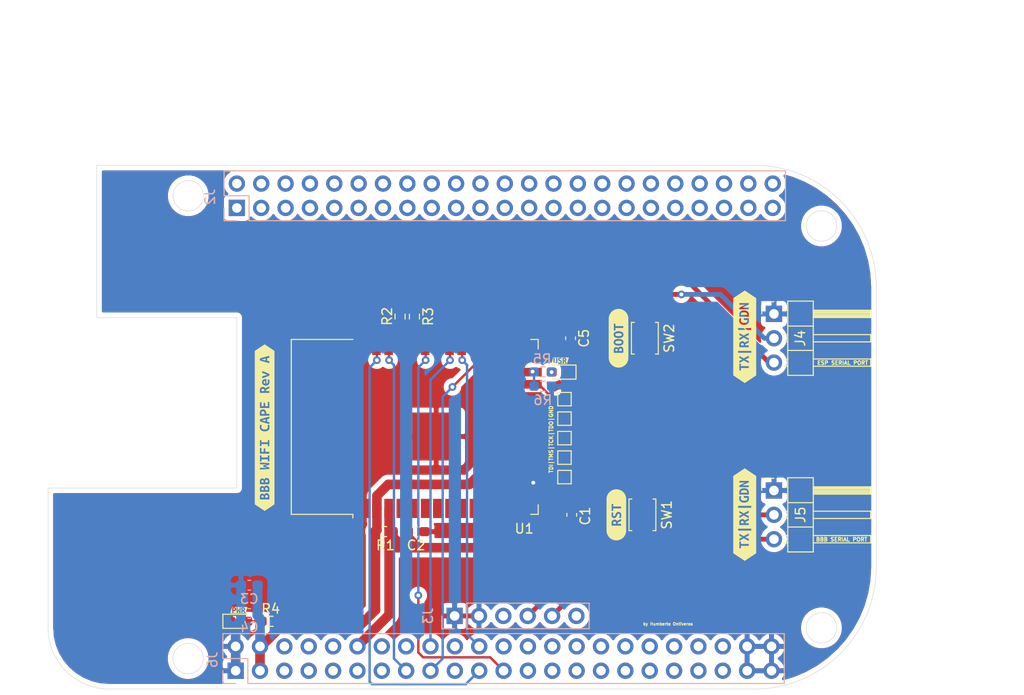
<source format=kicad_pcb>
(kicad_pcb (version 20171130) (host pcbnew "(5.1.12)-1")
  (layers (0 Top signal) (31 Bottom signal) (34 B.Paste user) (35 F.Paste user) (36 B.SilkS user) (37 F.SilkS user) (38 B.Mask user) (39 F.Mask user) (44 Edge.Cuts user))
  (net 0 "")
  (net 1 EN)
  (net 2 GND)
  (net 3 IO0)
  (net 4 "Net-(J2-Pad12)")
  (net 5 "Net-(J2-Pad5)")
  (net 6 "Net-(J2-Pad13)")
  (net 7 "Net-(J2-Pad14)")
  (net 8 "Net-(J2-Pad16)")
  (net 9 "Net-(J2-Pad17)")
  (net 10 "Net-(J2-Pad1)")
  (net 11 "Net-(J2-Pad7)")
  (net 12 "Net-(J2-Pad11)")
  (net 13 "Net-(J2-Pad15)")
  (net 14 "Net-(J2-Pad8)")
  (net 15 "Net-(J2-Pad2)")
  (net 16 "Net-(J2-Pad4)")
  (net 17 "Net-(J2-Pad3)")
  (net 18 "Net-(J2-Pad6)")
  (net 19 "Net-(J2-Pad9)")
  (net 20 "Net-(J2-Pad10)")
  (net 21 "Net-(J2-Pad26)")
  (net 22 "Net-(J2-Pad39)")
  (net 23 "Net-(J2-Pad18)")
  (net 24 "Net-(J2-Pad19)")
  (net 25 "Net-(J2-Pad44)")
  (net 26 "Net-(J2-Pad37)")
  (net 27 "Net-(J2-Pad43)")
  (net 28 "Net-(J2-Pad36)")
  (net 29 "Net-(J2-Pad25)")
  (net 30 "Net-(J2-Pad33)")
  (net 31 "Net-(J2-Pad40)")
  (net 32 "Net-(J2-Pad23)")
  (net 33 "Net-(J2-Pad42)")
  (net 34 "Net-(J2-Pad20)")
  (net 35 "Net-(J2-Pad35)")
  (net 36 "Net-(J2-Pad22)")
  (net 37 "Net-(J2-Pad29)")
  (net 38 "Net-(J2-Pad34)")
  (net 39 "Net-(J2-Pad24)")
  (net 40 "Net-(J2-Pad28)")
  (net 41 "Net-(J2-Pad30)")
  (net 42 "Net-(J2-Pad38)")
  (net 43 "Net-(J2-Pad21)")
  (net 44 "Net-(J2-Pad41)")
  (net 45 "Net-(J2-Pad45)")
  (net 46 "Net-(J2-Pad32)")
  (net 47 "Net-(J2-Pad46)")
  (net 48 "Net-(J2-Pad31)")
  (net 49 "Net-(J2-Pad27)")
  (net 50 "Net-(J3-Pad3)")
  (net 51 "Net-(J3-Pad4)")
  (net 52 "Net-(J3-Pad5)")
  (net 53 "Net-(J3-Pad6)")
  (net 54 TXD)
  (net 55 RXD)
  (net 56 "Net-(J6-Pad27)")
  (net 57 "Net-(J6-Pad31)")
  (net 58 "Net-(J6-Pad32)")
  (net 59 "Net-(J6-Pad41)")
  (net 60 SPI0_MISO)
  (net 61 "Net-(J6-Pad38)")
  (net 62 "Net-(J6-Pad30)")
  (net 63 "Net-(J6-Pad28)")
  (net 64 "Net-(J6-Pad24)")
  (net 65 "Net-(J6-Pad34)")
  (net 66 "Net-(J6-Pad29)")
  (net 67 SPI0_SCLK)
  (net 68 "Net-(J6-Pad35)")
  (net 69 "Net-(J6-Pad20)")
  (net 70 "Net-(J6-Pad42)")
  (net 71 GPIO_HANDSHAKE)
  (net 72 "Net-(J6-Pad40)")
  (net 73 "Net-(J6-Pad33)")
  (net 74 "Net-(J6-Pad25)")
  (net 75 "Net-(J6-Pad36)")
  (net 76 "Net-(J6-Pad37)")
  (net 77 "Net-(J6-Pad19)")
  (net 78 SPI0_MOSI)
  (net 79 "Net-(J6-Pad39)")
  (net 80 "Net-(J6-Pad26)")
  (net 81 "Net-(J6-Pad10)")
  (net 82 "Net-(J6-Pad9)")
  (net 83 "Net-(J6-Pad6)")
  (net 84 "Net-(J6-Pad8)")
  (net 85 GPIO_DATA_READY)
  (net 86 "Net-(J6-Pad11)")
  (net 87 "Net-(J6-Pad7)")
  (net 88 SPI0_CS0)
  (net 89 "Net-(J6-Pad16)")
  (net 90 "Net-(J6-Pad14)")
  (net 91 "Net-(J6-Pad13)")
  (net 92 "Net-(J6-Pad5)")
  (net 93 "Net-(R2-Pad2)")
  (net 94 "Net-(R3-Pad2)")
  (net 95 "Net-(U1-Pad4)")
  (net 96 "Net-(U1-Pad5)")
  (net 97 "Net-(U1-Pad6)")
  (net 98 "Net-(U1-Pad7)")
  (net 99 "Net-(U1-Pad8)")
  (net 100 "Net-(U1-Pad9)")
  (net 101 "Net-(U1-Pad10)")
  (net 102 "Net-(U1-Pad11)")
  (net 103 "Net-(U1-Pad12)")
  (net 104 /TMS)
  (net 105 /TDI)
  (net 106 /TCK)
  (net 107 "Net-(U1-Pad17)")
  (net 108 "Net-(U1-Pad18)")
  (net 109 "Net-(U1-Pad19)")
  (net 110 "Net-(U1-Pad20)")
  (net 111 "Net-(U1-Pad21)")
  (net 112 "Net-(U1-Pad22)")
  (net 113 /TDO)
  (net 114 "Net-(U1-Pad26)")
  (net 115 "Net-(U1-Pad27)")
  (net 116 "Net-(U1-Pad28)")
  (net 117 "Net-(U1-Pad32)")
  (net 118 "Net-(D1-Pad2)")
  (net 119 "Net-(D2-Pad2)")
  (net 120 /IO2)
  (module label (layer Top) (at 124.1806 104.8258 90)
    (fp_text reference kibuzzard-64DF0CF9 hide)
    (fp_text value G*** hide)
  )
  (module label (layer Top) (at 121.4882 123.8504)
    (fp_text reference kibuzzard-64DF08E2 hide)
    (fp_text value G*** hide)
  )
  (module label (layer Top) (at 154.9908 97.8408)
    (fp_text reference kibuzzard-64DF07FE hide)
    (fp_text value G*** hide)
  )
  (module label (layer Top) (at 174.244 113.8936 90)
    (fp_text reference kibuzzard-64DF05EC hide)
    (fp_text value G*** hide)
  )
  (module label (layer Top) (at 174.244 95.3516 90)
    (fp_text reference kibuzzard-64DF05EC hide)
    (fp_text value G*** hide)
  )
  (module label (layer Top) (at 161.0868 95.504 90)
    (fp_text reference kibuzzard-64DF0546 hide)
    (fp_text value G*** hide)
  )
  (module label (layer Top) (at 160.8582 113.919 90)
    (fp_text reference kibuzzard-64DF0500 hide)
    (fp_text value G*** hide)
  )
  (module TestPoint:TestPoint_Pad_1.0x1.0mm (layer Top) (at 155.448 107.95 90)
    (fp_text reference TP5 hide)
    (fp_text value TestPoint hide)
    (pad 1 smd rect (at 0 0 90) (size 1 1) (layers Top F.Mask) (net 104 /TMS))
  )
  (module TestPoint:TestPoint_Pad_1.0x1.0mm (layer Top) (at 155.448 109.982 90)
    (fp_text reference TP4 hide)
    (fp_text value TestPoint hide)
    (pad 1 smd rect (at 0 0 90) (size 1 1) (layers Top F.Mask) (net 105 /TDI))
  )
  (module TestPoint:TestPoint_Pad_1.0x1.0mm (layer Top) (at 155.448 105.918 90)
    (fp_text reference TP3 hide)
    (fp_text value TestPoint hide)
    (pad 1 smd rect (at 0 0 90) (size 1 1) (layers Top F.Mask) (net 106 /TCK))
  )
  (module TestPoint:TestPoint_Pad_1.0x1.0mm (layer Top) (at 155.448 103.886 90)
    (fp_text reference TP2 hide)
    (fp_text value TestPoint hide)
    (pad 1 smd rect (at 0 0 90) (size 1 1) (layers Top F.Mask) (net 113 /TDO))
  )
  (module TestPoint:TestPoint_Pad_1.0x1.0mm (layer Top) (at 155.448 101.854 90)
    (fp_text reference TP1 hide)
    (fp_text value TestPoint hide)
    (pad 1 smd rect (at 0 0 90) (size 1 1) (layers Top F.Mask) (net 2 GND))
  )
  (module RF_Module:ESP32-WROOM-32 (layer Top) (at 142.8242 104.7496 90)
    (fp_text reference U1 (at -10.61 8.43) (layer F.SilkS))
    (fp_text value ESP32-WROOM-32D)
    (pad 39 smd rect (at -1 -0.755 90) (size 5 5) (layers Top F.Paste F.Mask) (net 2 GND))
    (pad 1 smd rect (at -8.5 -8.255 90) (size 2 0.9) (layers Top F.Paste F.Mask) (net 2 GND))
    (pad 2 smd rect (at -8.5 -6.985 90) (size 2 0.9) (layers Top F.Paste F.Mask) (net 3 IO0))
    (pad 3 smd rect (at -8.5 -5.715 90) (size 2 0.9) (layers Top F.Paste F.Mask) (net 1 EN))
    (pad 4 smd rect (at -8.5 -4.445 90) (size 2 0.9) (layers Top F.Paste F.Mask) (net 95 "Net-(U1-Pad4)"))
    (pad 5 smd rect (at -8.5 -3.175 90) (size 2 0.9) (layers Top F.Paste F.Mask) (net 96 "Net-(U1-Pad5)"))
    (pad 6 smd rect (at -8.5 -1.905 90) (size 2 0.9) (layers Top F.Paste F.Mask) (net 97 "Net-(U1-Pad6)"))
    (pad 7 smd rect (at -8.5 -0.635 90) (size 2 0.9) (layers Top F.Paste F.Mask) (net 98 "Net-(U1-Pad7)"))
    (pad 8 smd rect (at -8.5 0.635 90) (size 2 0.9) (layers Top F.Paste F.Mask) (net 99 "Net-(U1-Pad8)"))
    (pad 9 smd rect (at -8.5 1.905 90) (size 2 0.9) (layers Top F.Paste F.Mask) (net 100 "Net-(U1-Pad9)"))
    (pad 10 smd rect (at -8.5 3.175 90) (size 2 0.9) (layers Top F.Paste F.Mask) (net 101 "Net-(U1-Pad10)"))
    (pad 11 smd rect (at -8.5 4.445 90) (size 2 0.9) (layers Top F.Paste F.Mask) (net 102 "Net-(U1-Pad11)"))
    (pad 12 smd rect (at -8.5 5.715 90) (size 2 0.9) (layers Top F.Paste F.Mask) (net 103 "Net-(U1-Pad12)"))
    (pad 13 smd rect (at -8.5 6.985 90) (size 2 0.9) (layers Top F.Paste F.Mask) (net 104 /TMS))
    (pad 14 smd rect (at -8.5 8.255 90) (size 2 0.9) (layers Top F.Paste F.Mask) (net 105 /TDI))
    (pad 15 smd rect (at -5.715 9.255 180) (size 2 0.9) (layers Top F.Paste F.Mask) (net 2 GND))
    (pad 16 smd rect (at -4.445 9.255 180) (size 2 0.9) (layers Top F.Paste F.Mask) (net 106 /TCK))
    (pad 17 smd rect (at -3.175 9.255 180) (size 2 0.9) (layers Top F.Paste F.Mask) (net 107 "Net-(U1-Pad17)"))
    (pad 18 smd rect (at -1.905 9.255 180) (size 2 0.9) (layers Top F.Paste F.Mask) (net 108 "Net-(U1-Pad18)"))
    (pad 19 smd rect (at -0.635 9.255 180) (size 2 0.9) (layers Top F.Paste F.Mask) (net 109 "Net-(U1-Pad19)"))
    (pad 20 smd rect (at 0.635 9.255 180) (size 2 0.9) (layers Top F.Paste F.Mask) (net 110 "Net-(U1-Pad20)"))
    (pad 21 smd rect (at 1.905 9.255 180) (size 2 0.9) (layers Top F.Paste F.Mask) (net 111 "Net-(U1-Pad21)"))
    (pad 22 smd rect (at 3.175 9.255 180) (size 2 0.9) (layers Top F.Paste F.Mask) (net 112 "Net-(U1-Pad22)"))
    (pad 23 smd rect (at 4.445 9.255 180) (size 2 0.9) (layers Top F.Paste F.Mask) (net 113 /TDO))
    (pad 24 smd rect (at 5.715 9.255 180) (size 2 0.9) (layers Top F.Paste F.Mask) (net 120 /IO2))
    (pad 25 smd rect (at 8.5 8.255 90) (size 2 0.9) (layers Top F.Paste F.Mask) (net 3 IO0))
    (pad 26 smd rect (at 8.5 6.985 90) (size 2 0.9) (layers Top F.Paste F.Mask) (net 114 "Net-(U1-Pad26)"))
    (pad 27 smd rect (at 8.5 5.715 90) (size 2 0.9) (layers Top F.Paste F.Mask) (net 115 "Net-(U1-Pad27)"))
    (pad 28 smd rect (at 8.5 4.445 90) (size 2 0.9) (layers Top F.Paste F.Mask) (net 116 "Net-(U1-Pad28)"))
    (pad 29 smd rect (at 8.5 3.175 90) (size 2 0.9) (layers Top F.Paste F.Mask) (net 88 SPI0_CS0))
    (pad 30 smd rect (at 8.5 1.905 90) (size 2 0.9) (layers Top F.Paste F.Mask) (net 67 SPI0_SCLK))
    (pad 31 smd rect (at 8.5 0.635 90) (size 2 0.9) (layers Top F.Paste F.Mask) (net 78 SPI0_MOSI))
    (pad 32 smd rect (at 8.5 -0.635 90) (size 2 0.9) (layers Top F.Paste F.Mask) (net 117 "Net-(U1-Pad32)"))
    (pad 33 smd rect (at 8.5 -1.905 90) (size 2 0.9) (layers Top F.Paste F.Mask) (net 71 GPIO_HANDSHAKE))
    (pad 34 smd rect (at 8.5 -3.175 90) (size 2 0.9) (layers Top F.Paste F.Mask) (net 94 "Net-(R3-Pad2)"))
    (pad 35 smd rect (at 8.5 -4.445 90) (size 2 0.9) (layers Top F.Paste F.Mask) (net 93 "Net-(R2-Pad2)"))
    (pad 36 smd rect (at 8.5 -5.715 90) (size 2 0.9) (layers Top F.Paste F.Mask) (net 85 GPIO_DATA_READY))
    (pad 37 smd rect (at 8.5 -6.985 90) (size 2 0.9) (layers Top F.Paste F.Mask) (net 60 SPI0_MISO))
    (pad 38 smd rect (at 8.5 -8.255 90) (size 2 0.9) (layers Top F.Paste F.Mask) (net 2 GND))
  )
  (module Capacitor_SMD:C_0603_1608Metric_Pad1.08x0.95mm_HandSolder (layer Bottom) (at 122.5804 121.2596)
    (fp_text reference C3 (at 0 1.43) (layer B.SilkS) (effects (justify mirror)))
    (fp_text value "22uF(10V-20%)")
    (pad 2 smd roundrect (at 0.8625 0) (size 1.075 0.95) (layers Bottom B.Paste B.Mask) (net 3 IO0))
    (pad 1 smd roundrect (at -0.8625 0) (size 1.075 0.95) (layers Bottom B.Paste B.Mask) (net 2 GND))
  )
  (module Connector_PinSocket_2.54mm:PinSocket_1x06_P2.54mm_Vertical (layer Bottom) (at 143.9926 124.46 270)
    (fp_text reference J3 (at 0 2.77 90) (layer B.SilkS) (effects (justify mirror)))
    (fp_text value BBB_SP_CONN)
    (pad 6 thru_hole oval (at 0 -12.7 270) (size 1.7 1.7) (drill 1) (layers *.Cu *.Mask) (net 53 "Net-(J3-Pad6)"))
    (pad 5 thru_hole oval (at 0 -10.16 270) (size 1.7 1.7) (drill 1) (layers *.Cu *.Mask) (net 52 "Net-(J3-Pad5)"))
    (pad 4 thru_hole oval (at 0 -7.62 270) (size 1.7 1.7) (drill 1) (layers *.Cu *.Mask) (net 51 "Net-(J3-Pad4)"))
    (pad 3 thru_hole oval (at 0 -5.08 270) (size 1.7 1.7) (drill 1) (layers *.Cu *.Mask) (net 50 "Net-(J3-Pad3)"))
    (pad 2 thru_hole oval (at 0 -2.54 270) (size 1.7 1.7) (drill 1) (layers *.Cu *.Mask) (net 2 GND))
    (pad 1 thru_hole rect (at 0 0 270) (size 1.7 1.7) (drill 1) (layers *.Cu *.Mask) (net 2 GND))
  )
  (module Watch_Library:BBB_CONN (layer Bottom) (at 147.828 128.905 270)
    (fp_text reference J6 (at 0.127 29.083 270) (layer B.SilkS) (effects (justify mirror)))
    (fp_text value P9_CONN)
    (pad 2 thru_hole oval (at -1.27 26.67 270) (size 1.7 1.7) (drill 1) (layers *.Cu *.Mask) (net 2 GND))
    (pad 21 thru_hole oval (at 1.27 1.27 270) (size 1.7 1.7) (drill 1) (layers *.Cu *.Mask) (net 60 SPI0_MISO))
    (pad 26 thru_hole oval (at -1.27 -3.81 270) (size 1.7 1.7) (drill 1) (layers *.Cu *.Mask) (net 80 "Net-(J6-Pad26)"))
    (pad 13 thru_hole oval (at 1.27 11.43 270) (size 1.7 1.7) (drill 1) (layers *.Cu *.Mask) (net 91 "Net-(J6-Pad13)"))
    (pad 27 thru_hole oval (at 1.27 -6.35 270) (size 1.7 1.7) (drill 1) (layers *.Cu *.Mask) (net 56 "Net-(J6-Pad27)"))
    (pad 29 thru_hole oval (at 1.27 -8.89 270) (size 1.7 1.7) (drill 1) (layers *.Cu *.Mask) (net 66 "Net-(J6-Pad29)"))
    (pad 32 thru_hole oval (at -1.27 -11.43 270) (size 1.7 1.7) (drill 1) (layers *.Cu *.Mask) (net 58 "Net-(J6-Pad32)"))
    (pad 1 thru_hole rect (at 1.27 26.67 270) (size 1.7 1.7) (drill 1) (layers *.Cu *.Mask) (net 2 GND))
    (pad 15 thru_hole oval (at 1.27 8.89 270) (size 1.7 1.7) (drill 1) (layers *.Cu *.Mask) (net 85 GPIO_DATA_READY))
    (pad 37 thru_hole oval (at 1.27 -19.05 270) (size 1.7 1.7) (drill 1) (layers *.Cu *.Mask) (net 76 "Net-(J6-Pad37)"))
    (pad 38 thru_hole oval (at -1.27 -19.05 270) (size 1.7 1.7) (drill 1) (layers *.Cu *.Mask) (net 61 "Net-(J6-Pad38)"))
    (pad 39 thru_hole oval (at 1.27 -21.59 270) (size 1.7 1.7) (drill 1) (layers *.Cu *.Mask) (net 79 "Net-(J6-Pad39)"))
    (pad 40 thru_hole oval (at -1.27 -21.59 270) (size 1.7 1.7) (drill 1) (layers *.Cu *.Mask) (net 72 "Net-(J6-Pad40)"))
    (pad 42 thru_hole oval (at -1.27 -24.13 270) (size 1.7 1.7) (drill 1) (layers *.Cu *.Mask) (net 70 "Net-(J6-Pad42)"))
    (pad 41 thru_hole oval (at 1.27 -24.13 270) (size 1.7 1.7) (drill 1) (layers *.Cu *.Mask) (net 59 "Net-(J6-Pad41)"))
    (pad 43 thru_hole oval (at 1.27 -26.67 270) (size 1.7 1.7) (drill 1) (layers *.Cu *.Mask) (net 2 GND))
    (pad 12 thru_hole oval (at -1.27 13.97 270) (size 1.7 1.7) (drill 1) (layers *.Cu *.Mask) (net 1 EN))
    (pad 23 thru_hole oval (at 1.27 -1.27 270) (size 1.7 1.7) (drill 1) (layers *.Cu *.Mask) (net 71 GPIO_HANDSHAKE))
    (pad 36 thru_hole oval (at -1.27 -16.51 270) (size 1.7 1.7) (drill 1) (layers *.Cu *.Mask) (net 75 "Net-(J6-Pad36)"))
    (pad 44 thru_hole oval (at -1.27 -26.67 270) (size 1.7 1.7) (drill 1) (layers *.Cu *.Mask) (net 2 GND))
    (pad 45 thru_hole oval (at 1.27 -29.21 270) (size 1.7 1.7) (drill 1) (layers *.Cu *.Mask) (net 2 GND))
    (pad 46 thru_hole oval (at -1.27 -29.21 270) (size 1.7 1.7) (drill 1) (layers *.Cu *.Mask) (net 2 GND))
    (pad 16 thru_hole oval (at -1.27 8.89 270) (size 1.7 1.7) (drill 1) (layers *.Cu *.Mask) (net 89 "Net-(J6-Pad16)"))
    (pad 17 thru_hole oval (at 1.27 6.35 270) (size 1.7 1.7) (drill 1) (layers *.Cu *.Mask) (net 88 SPI0_CS0))
    (pad 6 thru_hole oval (at -1.27 21.59 270) (size 1.7 1.7) (drill 1) (layers *.Cu *.Mask) (net 83 "Net-(J6-Pad6)"))
    (pad 11 thru_hole oval (at 1.27 13.97 270) (size 1.7 1.7) (drill 1) (layers *.Cu *.Mask) (net 86 "Net-(J6-Pad11)"))
    (pad 4 thru_hole oval (at -1.27 24.13 270) (size 1.7 1.7) (drill 1) (layers *.Cu *.Mask) (net 3 IO0))
    (pad 7 thru_hole oval (at 1.27 19.05 270) (size 1.7 1.7) (drill 1) (layers *.Cu *.Mask) (net 87 "Net-(J6-Pad7)"))
    (pad 9 thru_hole oval (at 1.27 16.51 270) (size 1.7 1.7) (drill 1) (layers *.Cu *.Mask) (net 82 "Net-(J6-Pad9)"))
    (pad 10 thru_hole oval (at -1.27 16.51 270) (size 1.7 1.7) (drill 1) (layers *.Cu *.Mask) (net 81 "Net-(J6-Pad10)"))
    (pad 20 thru_hole oval (at -1.27 3.81 270) (size 1.7 1.7) (drill 1) (layers *.Cu *.Mask) (net 69 "Net-(J6-Pad20)"))
    (pad 22 thru_hole oval (at -1.27 1.27 270) (size 1.7 1.7) (drill 1) (layers *.Cu *.Mask) (net 67 SPI0_SCLK))
    (pad 24 thru_hole oval (at -1.27 -1.27 270) (size 1.7 1.7) (drill 1) (layers *.Cu *.Mask) (net 64 "Net-(J6-Pad24)"))
    (pad 28 thru_hole oval (at -1.27 -6.35 270) (size 1.7 1.7) (drill 1) (layers *.Cu *.Mask) (net 63 "Net-(J6-Pad28)"))
    (pad 5 thru_hole oval (at 1.27 21.59 270) (size 1.7 1.7) (drill 1) (layers *.Cu *.Mask) (net 92 "Net-(J6-Pad5)"))
    (pad 30 thru_hole oval (at -1.27 -8.89 270) (size 1.7 1.7) (drill 1) (layers *.Cu *.Mask) (net 62 "Net-(J6-Pad30)"))
    (pad 18 thru_hole oval (at -1.27 6.35 270) (size 1.7 1.7) (drill 1) (layers *.Cu *.Mask) (net 78 SPI0_MOSI))
    (pad 25 thru_hole oval (at 1.27 -3.81 270) (size 1.7 1.7) (drill 1) (layers *.Cu *.Mask) (net 74 "Net-(J6-Pad25)"))
    (pad 3 thru_hole oval (at 1.27 24.13 270) (size 1.7 1.7) (drill 1) (layers *.Cu *.Mask) (net 3 IO0))
    (pad 14 thru_hole oval (at -1.27 11.43 270) (size 1.7 1.7) (drill 1) (layers *.Cu *.Mask) (net 90 "Net-(J6-Pad14)"))
    (pad 8 thru_hole oval (at -1.27 19.05 270) (size 1.7 1.7) (drill 1) (layers *.Cu *.Mask) (net 84 "Net-(J6-Pad8)"))
    (pad 19 thru_hole oval (at 1.27 3.81 270) (size 1.7 1.7) (drill 1) (layers *.Cu *.Mask) (net 77 "Net-(J6-Pad19)"))
    (pad 31 thru_hole oval (at 1.27 -11.43 270) (size 1.7 1.7) (drill 1) (layers *.Cu *.Mask) (net 57 "Net-(J6-Pad31)"))
    (pad 34 thru_hole oval (at -1.27 -13.97 270) (size 1.7 1.7) (drill 1) (layers *.Cu *.Mask) (net 65 "Net-(J6-Pad34)"))
    (pad 35 thru_hole oval (at 1.27 -16.51 270) (size 1.7 1.7) (drill 1) (layers *.Cu *.Mask) (net 68 "Net-(J6-Pad35)"))
    (pad 33 thru_hole oval (at 1.27 -13.97 270) (size 1.7 1.7) (drill 1) (layers *.Cu *.Mask) (net 73 "Net-(J6-Pad33)"))
  )
  (module Watch_Library:BBB_CONN (layer Bottom) (at 147.955 80.645 270)
    (fp_text reference J2 (at 0.127 29.464 270) (layer B.SilkS) (effects (justify mirror)))
    (fp_text value P8_CONN)
    (pad 2 thru_hole oval (at -1.27 26.67 270) (size 1.7 1.7) (drill 1) (layers *.Cu *.Mask) (net 15 "Net-(J2-Pad2)"))
    (pad 21 thru_hole oval (at 1.27 1.27 270) (size 1.7 1.7) (drill 1) (layers *.Cu *.Mask) (net 43 "Net-(J2-Pad21)"))
    (pad 26 thru_hole oval (at -1.27 -3.81 270) (size 1.7 1.7) (drill 1) (layers *.Cu *.Mask) (net 21 "Net-(J2-Pad26)"))
    (pad 13 thru_hole oval (at 1.27 11.43 270) (size 1.7 1.7) (drill 1) (layers *.Cu *.Mask) (net 6 "Net-(J2-Pad13)"))
    (pad 27 thru_hole oval (at 1.27 -6.35 270) (size 1.7 1.7) (drill 1) (layers *.Cu *.Mask) (net 49 "Net-(J2-Pad27)"))
    (pad 29 thru_hole oval (at 1.27 -8.89 270) (size 1.7 1.7) (drill 1) (layers *.Cu *.Mask) (net 37 "Net-(J2-Pad29)"))
    (pad 32 thru_hole oval (at -1.27 -11.43 270) (size 1.7 1.7) (drill 1) (layers *.Cu *.Mask) (net 46 "Net-(J2-Pad32)"))
    (pad 1 thru_hole rect (at 1.27 26.67 270) (size 1.7 1.7) (drill 1) (layers *.Cu *.Mask) (net 10 "Net-(J2-Pad1)"))
    (pad 15 thru_hole oval (at 1.27 8.89 270) (size 1.7 1.7) (drill 1) (layers *.Cu *.Mask) (net 13 "Net-(J2-Pad15)"))
    (pad 37 thru_hole oval (at 1.27 -19.05 270) (size 1.7 1.7) (drill 1) (layers *.Cu *.Mask) (net 26 "Net-(J2-Pad37)"))
    (pad 38 thru_hole oval (at -1.27 -19.05 270) (size 1.7 1.7) (drill 1) (layers *.Cu *.Mask) (net 42 "Net-(J2-Pad38)"))
    (pad 39 thru_hole oval (at 1.27 -21.59 270) (size 1.7 1.7) (drill 1) (layers *.Cu *.Mask) (net 22 "Net-(J2-Pad39)"))
    (pad 40 thru_hole oval (at -1.27 -21.59 270) (size 1.7 1.7) (drill 1) (layers *.Cu *.Mask) (net 31 "Net-(J2-Pad40)"))
    (pad 42 thru_hole oval (at -1.27 -24.13 270) (size 1.7 1.7) (drill 1) (layers *.Cu *.Mask) (net 33 "Net-(J2-Pad42)"))
    (pad 41 thru_hole oval (at 1.27 -24.13 270) (size 1.7 1.7) (drill 1) (layers *.Cu *.Mask) (net 44 "Net-(J2-Pad41)"))
    (pad 43 thru_hole oval (at 1.27 -26.67 270) (size 1.7 1.7) (drill 1) (layers *.Cu *.Mask) (net 27 "Net-(J2-Pad43)"))
    (pad 12 thru_hole oval (at -1.27 13.97 270) (size 1.7 1.7) (drill 1) (layers *.Cu *.Mask) (net 4 "Net-(J2-Pad12)"))
    (pad 23 thru_hole oval (at 1.27 -1.27 270) (size 1.7 1.7) (drill 1) (layers *.Cu *.Mask) (net 32 "Net-(J2-Pad23)"))
    (pad 36 thru_hole oval (at -1.27 -16.51 270) (size 1.7 1.7) (drill 1) (layers *.Cu *.Mask) (net 28 "Net-(J2-Pad36)"))
    (pad 44 thru_hole oval (at -1.27 -26.67 270) (size 1.7 1.7) (drill 1) (layers *.Cu *.Mask) (net 25 "Net-(J2-Pad44)"))
    (pad 45 thru_hole oval (at 1.27 -29.21 270) (size 1.7 1.7) (drill 1) (layers *.Cu *.Mask) (net 45 "Net-(J2-Pad45)"))
    (pad 46 thru_hole oval (at -1.27 -29.21 270) (size 1.7 1.7) (drill 1) (layers *.Cu *.Mask) (net 47 "Net-(J2-Pad46)"))
    (pad 16 thru_hole oval (at -1.27 8.89 270) (size 1.7 1.7) (drill 1) (layers *.Cu *.Mask) (net 8 "Net-(J2-Pad16)"))
    (pad 17 thru_hole oval (at 1.27 6.35 270) (size 1.7 1.7) (drill 1) (layers *.Cu *.Mask) (net 9 "Net-(J2-Pad17)"))
    (pad 6 thru_hole oval (at -1.27 21.59 270) (size 1.7 1.7) (drill 1) (layers *.Cu *.Mask) (net 18 "Net-(J2-Pad6)"))
    (pad 11 thru_hole oval (at 1.27 13.97 270) (size 1.7 1.7) (drill 1) (layers *.Cu *.Mask) (net 12 "Net-(J2-Pad11)"))
    (pad 4 thru_hole oval (at -1.27 24.13 270) (size 1.7 1.7) (drill 1) (layers *.Cu *.Mask) (net 16 "Net-(J2-Pad4)"))
    (pad 7 thru_hole oval (at 1.27 19.05 270) (size 1.7 1.7) (drill 1) (layers *.Cu *.Mask) (net 11 "Net-(J2-Pad7)"))
    (pad 9 thru_hole oval (at 1.27 16.51 270) (size 1.7 1.7) (drill 1) (layers *.Cu *.Mask) (net 19 "Net-(J2-Pad9)"))
    (pad 10 thru_hole oval (at -1.27 16.51 270) (size 1.7 1.7) (drill 1) (layers *.Cu *.Mask) (net 20 "Net-(J2-Pad10)"))
    (pad 20 thru_hole oval (at -1.27 3.81 270) (size 1.7 1.7) (drill 1) (layers *.Cu *.Mask) (net 34 "Net-(J2-Pad20)"))
    (pad 22 thru_hole oval (at -1.27 1.27 270) (size 1.7 1.7) (drill 1) (layers *.Cu *.Mask) (net 36 "Net-(J2-Pad22)"))
    (pad 24 thru_hole oval (at -1.27 -1.27 270) (size 1.7 1.7) (drill 1) (layers *.Cu *.Mask) (net 39 "Net-(J2-Pad24)"))
    (pad 28 thru_hole oval (at -1.27 -6.35 270) (size 1.7 1.7) (drill 1) (layers *.Cu *.Mask) (net 40 "Net-(J2-Pad28)"))
    (pad 5 thru_hole oval (at 1.27 21.59 270) (size 1.7 1.7) (drill 1) (layers *.Cu *.Mask) (net 5 "Net-(J2-Pad5)"))
    (pad 30 thru_hole oval (at -1.27 -8.89 270) (size 1.7 1.7) (drill 1) (layers *.Cu *.Mask) (net 41 "Net-(J2-Pad30)"))
    (pad 18 thru_hole oval (at -1.27 6.35 270) (size 1.7 1.7) (drill 1) (layers *.Cu *.Mask) (net 23 "Net-(J2-Pad18)"))
    (pad 25 thru_hole oval (at 1.27 -3.81 270) (size 1.7 1.7) (drill 1) (layers *.Cu *.Mask) (net 29 "Net-(J2-Pad25)"))
    (pad 3 thru_hole oval (at 1.27 24.13 270) (size 1.7 1.7) (drill 1) (layers *.Cu *.Mask) (net 17 "Net-(J2-Pad3)"))
    (pad 14 thru_hole oval (at -1.27 11.43 270) (size 1.7 1.7) (drill 1) (layers *.Cu *.Mask) (net 7 "Net-(J2-Pad14)"))
    (pad 8 thru_hole oval (at -1.27 19.05 270) (size 1.7 1.7) (drill 1) (layers *.Cu *.Mask) (net 14 "Net-(J2-Pad8)"))
    (pad 19 thru_hole oval (at 1.27 3.81 270) (size 1.7 1.7) (drill 1) (layers *.Cu *.Mask) (net 24 "Net-(J2-Pad19)"))
    (pad 31 thru_hole oval (at 1.27 -11.43 270) (size 1.7 1.7) (drill 1) (layers *.Cu *.Mask) (net 48 "Net-(J2-Pad31)"))
    (pad 34 thru_hole oval (at -1.27 -13.97 270) (size 1.7 1.7) (drill 1) (layers *.Cu *.Mask) (net 38 "Net-(J2-Pad34)"))
    (pad 35 thru_hole oval (at 1.27 -16.51 270) (size 1.7 1.7) (drill 1) (layers *.Cu *.Mask) (net 35 "Net-(J2-Pad35)"))
    (pad 33 thru_hole oval (at 1.27 -13.97 270) (size 1.7 1.7) (drill 1) (layers *.Cu *.Mask) (net 30 "Net-(J2-Pad33)"))
  )
  (module Capacitor_SMD:C_0603_1608Metric_Pad1.08x0.95mm_HandSolder (layer Top) (at 156.21 113.919 90)
    (fp_text reference C1 (at -0.127 1.397 90) (layer F.SilkS))
    (fp_text value "0.1uF(50v-10%)")
    (pad 1 smd roundrect (at -0.8625 0 90) (size 1.075 0.95) (layers Top F.Paste F.Mask) (net 1 EN))
    (pad 2 smd roundrect (at 0.8625 0 90) (size 1.075 0.95) (layers Top F.Paste F.Mask) (net 2 GND))
  )
  (module Capacitor_SMD:C_0603_1608Metric_Pad1.08x0.95mm_HandSolder (layer Top) (at 139.9794 115.6716)
    (fp_text reference C2 (at 0 1.4224) (layer F.SilkS))
    (fp_text value "0.1uF(50v-10%)")
    (pad 2 smd roundrect (at 0.8625 0) (size 1.075 0.95) (layers Top F.Paste F.Mask) (net 2 GND))
    (pad 1 smd roundrect (at -0.8625 0) (size 1.075 0.95) (layers Top F.Paste F.Mask) (net 1 EN))
  )
  (module Capacitor_SMD:C_0603_1608Metric_Pad1.08x0.95mm_HandSolder (layer Bottom) (at 122.5804 124.206)
    (fp_text reference C4 (at 0 1.43) (layer B.SilkS) (effects (justify mirror)))
    (fp_text value "0.1uF(50v-10%)")
    (pad 1 smd roundrect (at -0.8625 0) (size 1.075 0.95) (layers Bottom B.Paste B.Mask) (net 2 GND))
    (pad 2 smd roundrect (at 0.8625 0) (size 1.075 0.95) (layers Bottom B.Paste B.Mask) (net 3 IO0))
  )
  (module Capacitor_SMD:C_0603_1608Metric_Pad1.08x0.95mm_HandSolder (layer Top) (at 156.083 95.504 90)
    (fp_text reference C5 (at 0 1.397 90) (layer F.SilkS))
    (fp_text value "0.1uF(50v-10%)")
    (pad 1 smd roundrect (at -0.8625 0 90) (size 1.075 0.95) (layers Top F.Paste F.Mask) (net 3 IO0))
    (pad 2 smd roundrect (at 0.8625 0 90) (size 1.075 0.95) (layers Top F.Paste F.Mask) (net 2 GND))
  )
  (module Connector_PinHeader_2.54mm:PinHeader_1x03_P2.54mm_Horizontal (layer Top) (at 177.292 92.964)
    (fp_text reference J4 (at 2.7432 2.54 90) (layer F.SilkS))
    (fp_text value ESP_USB2TTL_CONN)
    (pad 3 thru_hole oval (at 0 5.08) (size 1.7 1.7) (drill 1) (layers *.Cu *.Mask) (net 54 TXD))
    (pad 2 thru_hole oval (at 0 2.54) (size 1.7 1.7) (drill 1) (layers *.Cu *.Mask) (net 55 RXD))
    (pad 1 thru_hole rect (at 0 0) (size 1.7 1.7) (drill 1) (layers *.Cu *.Mask) (net 2 GND))
  )
  (module Connector_PinHeader_2.54mm:PinHeader_1x03_P2.54mm_Horizontal (layer Top) (at 177.292 111.379)
    (fp_text reference J5 (at 2.7686 2.54 270) (layer F.SilkS))
    (fp_text value BBB_USB2TTL_CONN)
    (pad 1 thru_hole rect (at 0 0) (size 1.7 1.7) (drill 1) (layers *.Cu *.Mask) (net 2 GND))
    (pad 2 thru_hole oval (at 0 2.54) (size 1.7 1.7) (drill 1) (layers *.Cu *.Mask) (net 51 "Net-(J3-Pad4)"))
    (pad 3 thru_hole oval (at 0 5.08) (size 1.7 1.7) (drill 1) (layers *.Cu *.Mask) (net 52 "Net-(J3-Pad5)"))
  )
  (module Resistor_SMD:R_0603_1608Metric_Pad0.98x0.95mm_HandSolder (layer Top) (at 136.652 115.663999)
    (fp_text reference R1 (at 0.127 1.430001) (layer F.SilkS))
    (fp_text value "10K(5%)")
    (pad 1 smd roundrect (at -0.9125 0) (size 0.975 0.95) (layers Top F.Paste F.Mask) (net 3 IO0))
    (pad 2 smd roundrect (at 0.9125 0) (size 0.975 0.95) (layers Top F.Paste F.Mask) (net 1 EN))
  )
  (module Resistor_SMD:R_0603_1608Metric_Pad0.98x0.95mm_HandSolder (layer Top) (at 138.303 93.2434 270)
    (fp_text reference R2 (at -0.0254 1.3462 90) (layer F.SilkS))
    (fp_text value "0R(5%)")
    (pad 1 smd roundrect (at -0.9125 0 270) (size 0.975 0.95) (layers Top F.Paste F.Mask) (net 54 TXD))
    (pad 2 smd roundrect (at 0.9125 0 270) (size 0.975 0.95) (layers Top F.Paste F.Mask) (net 93 "Net-(R2-Pad2)"))
  )
  (module Resistor_SMD:R_0603_1608Metric_Pad0.98x0.95mm_HandSolder (layer Top) (at 139.8016 93.2434 270)
    (fp_text reference R3 (at 0 -1.43 90) (layer F.SilkS))
    (fp_text value "0R(5%)")
    (pad 2 smd roundrect (at 0.9125 0 270) (size 0.975 0.95) (layers Top F.Paste F.Mask) (net 94 "Net-(R3-Pad2)"))
    (pad 1 smd roundrect (at -0.9125 0 270) (size 0.975 0.95) (layers Top F.Paste F.Mask) (net 55 RXD))
  )
  (module Watch_Library:RST_SW (layer Top) (at 163.576 113.919 270)
    (fp_text reference SW1 (at 0 -2.54 90) (layer F.SilkS))
    (fp_text value RST_SW)
    (pad 1 smd rect (at -1.7 0 270) (size 0.9 1.7) (layers Top F.Paste F.Mask) (net 2 GND))
    (pad 2 smd rect (at 1.7 0 270) (size 0.9 1.7) (layers Top F.Paste F.Mask) (net 1 EN))
  )
  (module Watch_Library:Boot_SW (layer Top) (at 163.83 95.504 90)
    (fp_text reference SW2 (at 0 2.54 90) (layer F.SilkS))
    (fp_text value BOOT_SW)
    (pad 1 smd rect (at -1.7 0 90) (size 0.9 1.7) (layers Top F.Paste F.Mask) (net 3 IO0))
    (pad 2 smd rect (at 1.7 0 90) (size 0.9 1.7) (layers Top F.Paste F.Mask) (net 2 GND))
  )
  (module LED_SMD:LED_0603_1608Metric_Pad1.05x0.95mm_HandSolder (layer Top) (at 121.4882 125.0188)
    (fp_text reference D1 hide)
    (fp_text value POWER_LED hide)
    (pad 1 smd roundrect (at -0.875 0) (size 1.05 0.95) (layers Top F.Paste F.Mask) (net 2 GND))
    (pad 2 smd roundrect (at 0.875 0) (size 1.05 0.95) (layers Top F.Paste F.Mask) (net 118 "Net-(D1-Pad2)"))
  )
  (module LED_SMD:LED_0603_1608Metric_Pad1.05x0.95mm_HandSolder (layer Top) (at 154.9908 99.0346 180)
    (fp_text reference D2 hide)
    (fp_text value USER_LED hide)
    (pad 2 smd roundrect (at 0.875 0 180) (size 1.05 0.95) (layers Top F.Paste F.Mask) (net 119 "Net-(D2-Pad2)"))
    (pad 1 smd roundrect (at -0.875 0 180) (size 1.05 0.95) (layers Top F.Paste F.Mask) (net 2 GND))
  )
  (module Resistor_SMD:R_0603_1608Metric_Pad0.98x0.95mm_HandSolder (layer Top) (at 124.8156 125.0188 180)
    (fp_text reference R4 (at 0 1.2954 180) (layer F.SilkS))
    (fp_text value "2K(5%)" hide)
    (pad 1 smd roundrect (at -0.9125 0 180) (size 0.975 0.95) (layers Top F.Paste F.Mask) (net 3 IO0))
    (pad 2 smd roundrect (at 0.9125 0 180) (size 0.975 0.95) (layers Top F.Paste F.Mask) (net 118 "Net-(D1-Pad2)"))
  )
  (module Resistor_SMD:R_0603_1608Metric_Pad0.98x0.95mm_HandSolder (layer Bottom) (at 153.1874 99.0092)
    (fp_text reference R5 (at -0.0762 -1.3208) (layer B.SilkS) (effects (justify mirror)))
    (fp_text value "2K(5%)")
    (pad 2 smd roundrect (at 0.9125 0) (size 0.975 0.95) (layers Bottom B.Paste B.Mask) (net 119 "Net-(D2-Pad2)"))
    (pad 1 smd roundrect (at -0.9125 0) (size 0.975 0.95) (layers Bottom B.Paste B.Mask) (net 120 /IO2))
  )
  (module Resistor_SMD:R_0603_1608Metric_Pad0.98x0.95mm_HandSolder (layer Bottom) (at 153.1874 100.5078 180)
    (fp_text reference R6 (at 0 -1.4478) (layer B.SilkS) (effects (justify mirror)))
    (fp_text value "10K(5%)")
    (pad 1 smd roundrect (at -0.9125 0 180) (size 0.975 0.95) (layers Bottom B.Paste B.Mask) (net 2 GND))
    (pad 2 smd roundrect (at 0.9125 0 180) (size 0.975 0.95) (layers Bottom B.Paste B.Mask) (net 120 /IO2))
  )
  (gr_circle (center 182.245 83.7946) (end 183.5912 82.9564) (layer Edge.Cuts) (width 0.05))
  (gr_circle (center 182.245 125.7046) (end 183.5912 124.8664) (layer Edge.Cuts) (width 0.05))
  (gr_circle (center 116.219378 80.645) (end 117.565578 79.8068) (layer Edge.Cuts) (width 0.05))
  (gr_circle (center 116.205 128.905) (end 117.5512 128.0668) (layer Edge.Cuts) (width 0.05))
  (gr_text "by Humberto Ontiveros" (at 166.243 125.2982) (layer F.SilkS) (effects (font (size 0.3 0.3) (thickness 0.075))))
  (gr_text "ESP SERIAL PORT" (at 184.4548 98.0694) (layer F.SilkS) (effects (font (size 0.4 0.4) (thickness 0.1))))
  (gr_text "BBB SERIAL PORT" (at 184.3532 116.4844) (layer F.SilkS) (effects (font (size 0.4 0.4) (thickness 0.1))))
  (gr_text TDI|TMS|TCK|TDO|GND (at 154.051 106.045 90) (layer F.SilkS) (effects (font (size 0.4 0.4) (thickness 0.1))))
  (gr_arc (start 175.26 119.38) (end 175.26 132.08) (angle -90) (layer Edge.Cuts) (width 0.05))
  (gr_arc (start 175.26 90.17) (end 187.96 90.17) (angle -90) (layer Edge.Cuts) (width 0.05))
  (gr_arc (start 107.95 125.73) (end 101.6 125.73) (angle -90) (layer Edge.Cuts) (width 0.05))
  (gr_line (start 121.285 111.125) (end 121.285 93.345) (layer Edge.Cuts) (width 0.05))
  (gr_line (start 118.745 111.125) (end 121.285 111.125) (layer Edge.Cuts) (width 0.05))
  (gr_line (start 101.6 111.125) (end 118.745 111.125) (layer Edge.Cuts) (width 0.05))
  (gr_line (start 101.6 125.73) (end 101.6 111.125) (layer Edge.Cuts) (width 0.05))
  (gr_line (start 106.68 93.345) (end 121.285 93.345) (layer Edge.Cuts) (width 0.05))
  (gr_line (start 106.68 77.47) (end 106.68 93.345) (layer Edge.Cuts) (width 0.05))
  (gr_line (start 175.26 132.08) (end 107.95 132.08) (layer Edge.Cuts) (width 0.05))
  (gr_line (start 187.96 90.17) (end 187.96 119.38) (layer Edge.Cuts) (width 0.05))
  (gr_line (start 175.26 77.47) (end 106.68 77.47) (layer Edge.Cuts) (width 0.05))
  (segment (start 137.16 115.259499) (end 137.5645 115.663999) (width 1) (layer Top) (net 1))
  (segment (start 137.16 113.275) (end 137.16 115.259499) (width 1) (layer Top) (net 1))
  (segment (start 139.109299 115.663999) (end 139.1169 115.6716) (width 1) (layer Top) (net 1))
  (segment (start 133.858 127.635) (end 137.16 124.333) (width 1) (layer Top) (net 1))
  (segment (start 163.576 115.619) (end 163.576 116.078) (width 1) (layer Top) (net 1))
  (segment (start 163.576 116.078) (end 162.306 117.348) (width 1) (layer Top) (net 1))
  (segment (start 137.16 117.348) (end 137.16 115.259499) (width 1) (layer Top) (net 1))
  (segment (start 137.16 124.333) (end 137.16 117.348) (width 1) (layer Top) (net 1))
  (segment (start 139.1169 115.6716) (end 139.1169 116.1531) (width 1) (layer Top) (net 1))
  (segment (start 137.922 117.348) (end 137.16 117.348) (width 1) (layer Top) (net 1))
  (segment (start 139.1169 116.2569) (end 140.208 117.348) (width 1) (layer Top) (net 1))
  (segment (start 139.1169 115.6716) (end 139.1169 116.2569) (width 1) (layer Top) (net 1))
  (segment (start 140.208 117.348) (end 137.922 117.348) (width 1) (layer Top) (net 1))
  (segment (start 154.686 117.348) (end 140.208 117.348) (width 1) (layer Top) (net 1))
  (segment (start 156.21 115.824) (end 154.686 117.348) (width 1) (layer Top) (net 1))
  (segment (start 156.21 115.824) (end 157.734 117.348) (width 1) (layer Top) (net 1))
  (segment (start 156.21 114.7815) (end 156.21 115.824) (width 1) (layer Top) (net 1))
  (segment (start 157.734 117.348) (end 154.686 117.348) (width 1) (layer Top) (net 1))
  (segment (start 162.306 117.348) (end 157.734 117.348) (width 1) (layer Top) (net 1))
  (segment (start 156.21 115.824) (end 156.21 116.586) (width 1) (layer Top) (net 1))
  (segment (start 137.5645 116.2285) (end 138.303 116.967) (width 1) (layer Top) (net 1))
  (segment (start 137.5645 115.663999) (end 137.5645 116.2285) (width 1) (layer Top) (net 1))
  (segment (start 138.303 116.967) (end 137.922 117.348) (width 1) (layer Top) (net 1))
  (segment (start 139.1169 116.1531) (end 138.303 116.967) (width 1) (layer Top) (net 1))
  (via (at 152.1968 110.5662) (size 0.8) (drill 0.4) (layers Top Bottom) (net 2))
  (segment (start 121.7179 124.206) (end 121.7179 124.4589) (width 0.25) (layer Bottom) (net 2))
  (segment (start 121.7179 121.2596) (end 121.7179 124.206) (width 1) (layer Bottom) (net 2))
  (segment (start 121.7179 124.206) (end 121.7179 124.9161) (width 1) (layer Bottom) (net 2))
  (segment (start 121.158 125.476) (end 121.158 127.635) (width 1) (layer Bottom) (net 2))
  (segment (start 121.7179 124.9161) (end 121.158 125.476) (width 1) (layer Bottom) (net 2))
  (segment (start 121.158 127.635) (end 121.158 130.175) (width 1) (layer Bottom) (net 2))
  (segment (start 152.13 110.4994) (end 152.1968 110.5662) (width 0.25) (layer Top) (net 2))
  (segment (start 152.13 110.49) (end 152.13 110.4994) (width 0.25) (layer Top) (net 2))
  (segment (start 123.4429 127.3799) (end 123.698 127.635) (width 0.25) (layer Bottom) (net 3))
  (segment (start 123.4429 121.2596) (end 123.4429 124.206) (width 1) (layer Bottom) (net 3))
  (segment (start 123.4429 124.206) (end 123.4429 124.4589) (width 1) (layer Bottom) (net 3))
  (segment (start 123.4429 124.4589) (end 123.698 124.714) (width 1) (layer Bottom) (net 3))
  (segment (start 123.698 124.714) (end 123.698 127.635) (width 1) (layer Bottom) (net 3))
  (segment (start 135.89 115.513499) (end 135.7395 115.663999) (width 1) (layer Top) (net 3))
  (segment (start 135.89 113.275) (end 135.89 115.513499) (width 1) (layer Top) (net 3))
  (segment (start 123.698 127.635) (end 123.698 130.175) (width 1) (layer Top) (net 3))
  (segment (start 155.9915 96.275) (end 156.083 96.3665) (width 1) (layer Top) (net 3))
  (segment (start 151.13 96.275) (end 155.9915 96.275) (width 1) (layer Top) (net 3))
  (segment (start 156.083 96.3665) (end 156.8185 96.3665) (width 1) (layer Top) (net 3))
  (segment (start 157.656 97.204) (end 163.83 97.204) (width 1) (layer Top) (net 3))
  (segment (start 156.8185 96.3665) (end 157.656 97.204) (width 1) (layer Top) (net 3))
  (segment (start 135.7395 115.663999) (end 135.669001 115.663999) (width 1) (layer Top) (net 3))
  (segment (start 123.825 127.635) (end 123.698 127.635) (width 1) (layer Top) (net 3))
  (segment (start 125.73 125.73) (end 123.825 127.635) (width 1) (layer Top) (net 3))
  (segment (start 133.858 125.73) (end 125.73 125.73) (width 1) (layer Top) (net 3))
  (segment (start 135.7395 123.8485) (end 133.858 125.73) (width 1) (layer Top) (net 3))
  (segment (start 135.7395 115.663999) (end 135.7395 123.8485) (width 1) (layer Top) (net 3))
  (segment (start 151.13 97.435678) (end 148.844 99.721678) (width 1) (layer Top) (net 3))
  (segment (start 151.13 96.275) (end 151.13 97.435678) (width 1) (layer Top) (net 3))
  (segment (start 148.844 99.721678) (end 148.844 107.442) (width 1) (layer Top) (net 3))
  (segment (start 148.844 107.442) (end 145.542 110.744) (width 1) (layer Top) (net 3))
  (segment (start 135.89 111.920678) (end 135.89 113.275) (width 1) (layer Top) (net 3))
  (segment (start 137.066678 110.744) (end 135.89 111.920678) (width 1) (layer Top) (net 3))
  (segment (start 145.542 110.744) (end 137.066678 110.744) (width 1) (layer Top) (net 3))
  (segment (start 125.7281 125.7281) (end 125.73 125.73) (width 0.25) (layer Top) (net 3))
  (segment (start 125.7281 125.0188) (end 125.7281 125.7281) (width 0.25) (layer Top) (net 3))
  (segment (start 171.323 113.919) (end 177.292 113.919) (width 0.5) (layer Top) (net 51))
  (segment (start 166.37 118.872) (end 171.323 113.919) (width 0.5) (layer Top) (net 51))
  (segment (start 157.226 118.872) (end 166.37 118.872) (width 0.5) (layer Top) (net 51))
  (segment (start 151.638 124.46) (end 157.226 118.872) (width 0.5) (layer Top) (net 51))
  (segment (start 151.6126 124.46) (end 151.638 124.46) (width 0.25) (layer Top) (net 51))
  (segment (start 171.577 116.459) (end 177.292 116.459) (width 0.5) (layer Top) (net 52))
  (segment (start 167.64 120.396) (end 171.577 116.459) (width 0.5) (layer Top) (net 52))
  (segment (start 158.2166 120.396) (end 167.64 120.396) (width 0.5) (layer Top) (net 52))
  (segment (start 154.1526 124.46) (end 158.2166 120.396) (width 0.5) (layer Top) (net 52))
  (segment (start 167.64 88.9) (end 176.784 98.044) (width 0.5) (layer Top) (net 54))
  (segment (start 139.573 88.9) (end 167.64 88.9) (width 0.5) (layer Top) (net 54))
  (segment (start 138.303 90.17) (end 139.573 88.9) (width 0.5) (layer Top) (net 54))
  (segment (start 176.784 98.044) (end 177.292 98.044) (width 0.5) (layer Top) (net 54))
  (segment (start 138.303 92.3309) (end 138.303 90.17) (width 0.5) (layer Top) (net 54))
  (segment (start 167.64 90.932) (end 167.64 90.932) (width 0.25) (layer Top) (net 55))
  (via (at 167.64 90.932) (size 0.8) (drill 0.4) (layers Top Bottom) (net 55))
  (segment (start 139.8016 92.3309) (end 139.8016 91.5924) (width 0.5) (layer Top) (net 55))
  (segment (start 139.8016 91.5924) (end 140.462 90.932) (width 0.5) (layer Top) (net 55))
  (segment (start 140.462 90.932) (end 167.64 90.932) (width 0.5) (layer Top) (net 55))
  (segment (start 176.276 95.504) (end 177.292 95.504) (width 0.5) (layer Bottom) (net 55))
  (segment (start 171.704 90.932) (end 176.276 95.504) (width 0.5) (layer Bottom) (net 55))
  (segment (start 167.64 90.932) (end 171.704 90.932) (width 0.5) (layer Bottom) (net 55))
  (via (at 135.89 97.79) (size 0.8) (drill 0.4) (layers Top Bottom) (net 60))
  (segment (start 135.89 96.275) (end 135.89 97.79) (width 0.25) (layer Top) (net 60))
  (segment (start 145.161 131.572) (end 146.558 130.175) (width 0.25) (layer Bottom) (net 60))
  (segment (start 135.382 131.572) (end 138.938 131.572) (width 0.25) (layer Bottom) (net 60))
  (segment (start 135.128 131.318) (end 135.382 131.572) (width 0.25) (layer Bottom) (net 60))
  (segment (start 135.128 98.552) (end 135.128 131.318) (width 0.25) (layer Bottom) (net 60))
  (segment (start 135.89 97.79) (end 135.128 98.552) (width 0.25) (layer Bottom) (net 60))
  (segment (start 138.938 131.572) (end 145.161 131.572) (width 0.25) (layer Bottom) (net 60))
  (segment (start 138.43 131.572) (end 138.938 131.572) (width 0.25) (layer Bottom) (net 60))
  (via (at 144.78 97.79) (size 0.8) (drill 0.4) (layers Top Bottom) (net 67))
  (segment (start 144.78 96.275) (end 144.78 97.79) (width 0.25) (layer Top) (net 67))
  (segment (start 145.288 126.365) (end 146.558 127.635) (width 0.25) (layer Bottom) (net 67))
  (segment (start 145.288 98.298) (end 145.288 126.365) (width 0.25) (layer Bottom) (net 67))
  (segment (start 144.78 97.79) (end 145.288 98.298) (width 0.25) (layer Bottom) (net 67))
  (via (at 140.97 97.79) (size 0.8) (drill 0.4) (layers Top Bottom) (net 71))
  (segment (start 140.97 96.275) (end 140.97 97.79) (width 0.25) (layer Top) (net 71))
  (segment (start 140.350599 122.316599) (end 140.350599 122.316599) (width 0.25) (layer Bottom) (net 71))
  (via (at 140.208 122.316599) (size 0.8) (drill 0.4) (layers Top Bottom) (net 71))
  (segment (start 147.701 128.778) (end 149.098 130.175) (width 0.25) (layer Top) (net 71))
  (segment (start 140.716 128.778) (end 147.701 128.778) (width 0.25) (layer Top) (net 71))
  (segment (start 140.208 128.27) (end 140.716 128.778) (width 0.25) (layer Top) (net 71))
  (segment (start 140.208 122.459198) (end 140.208 128.27) (width 0.25) (layer Top) (net 71))
  (segment (start 140.350599 122.316599) (end 140.208 122.459198) (width 0.25) (layer Top) (net 71))
  (segment (start 140.208 122.174) (end 140.350599 122.316599) (width 0.25) (layer Bottom) (net 71))
  (segment (start 140.208 98.552) (end 140.208 122.174) (width 0.25) (layer Bottom) (net 71))
  (segment (start 140.97 97.79) (end 140.208 98.552) (width 0.25) (layer Bottom) (net 71))
  (via (at 143.51 97.79) (size 0.8) (drill 0.4) (layers Top Bottom) (net 78))
  (segment (start 143.51 96.275) (end 143.51 97.79) (width 0.25) (layer Top) (net 78))
  (segment (start 141.478 99.822) (end 141.478 127.635) (width 0.25) (layer Bottom) (net 78))
  (segment (start 143.51 97.79) (end 141.478 99.822) (width 0.25) (layer Bottom) (net 78))
  (via (at 137.16 97.79) (size 0.8) (drill 0.4) (layers Top Bottom) (net 85))
  (segment (start 137.16 96.275) (end 137.16 97.79) (width 0.25) (layer Top) (net 85))
  (segment (start 137.668 128.905) (end 138.938 130.175) (width 0.25) (layer Bottom) (net 85))
  (segment (start 137.668 98.298) (end 137.668 128.905) (width 0.25) (layer Bottom) (net 85))
  (segment (start 137.16 97.79) (end 137.668 98.298) (width 0.25) (layer Bottom) (net 85))
  (via (at 143.764 100.584) (size 0.8) (drill 0.4) (layers Top Bottom) (net 88))
  (segment (start 146.05 98.298) (end 143.764 100.584) (width 0.25) (layer Top) (net 88))
  (segment (start 146.05 96.275) (end 146.05 98.298) (width 0.25) (layer Top) (net 88))
  (segment (start 142.748 101.6) (end 142.748 128.905) (width 0.25) (layer Bottom) (net 88))
  (segment (start 142.748 128.905) (end 141.478 130.175) (width 0.25) (layer Bottom) (net 88))
  (segment (start 143.764 100.584) (end 142.748 101.6) (width 0.25) (layer Bottom) (net 88))
  (segment (start 138.303 94.1559) (end 138.303 94.361) (width 0.5) (layer Top) (net 93))
  (segment (start 138.43 94.488) (end 138.43 96.275) (width 0.5) (layer Top) (net 93))
  (segment (start 138.303 94.361) (end 138.43 94.488) (width 0.5) (layer Top) (net 93))
  (segment (start 139.8016 94.1559) (end 139.8016 94.8944) (width 0.5) (layer Top) (net 94))
  (segment (start 139.7 94.996) (end 139.7 96.275) (width 0.5) (layer Top) (net 94))
  (segment (start 139.8016 94.8944) (end 139.7 94.996) (width 0.5) (layer Top) (net 94))
  (segment (start 154.813 107.95) (end 155.448 107.95) (width 0.25) (layer Top) (net 104))
  (segment (start 154.051 108.712) (end 154.813 107.95) (width 0.25) (layer Top) (net 104))
  (segment (start 154.051 110.617) (end 154.051 108.712) (width 0.25) (layer Top) (net 104))
  (segment (start 153.162 111.506) (end 154.051 110.617) (width 0.25) (layer Top) (net 104))
  (segment (start 150.876 111.506) (end 153.162 111.506) (width 0.25) (layer Top) (net 104))
  (segment (start 149.86 112.522) (end 150.876 111.506) (width 0.25) (layer Top) (net 104))
  (segment (start 149.86 113.275) (end 149.86 112.522) (width 0.25) (layer Top) (net 104))
  (segment (start 151.13 113.275) (end 153.425 113.275) (width 0.25) (layer Top) (net 105))
  (segment (start 153.425 113.275) (end 155.448 111.252) (width 0.25) (layer Top) (net 105))
  (segment (start 155.448 111.252) (end 155.448 109.982) (width 0.25) (layer Top) (net 105))
  (segment (start 155.194 106.172) (end 155.448 106.172) (width 0.25) (layer Top) (net 106))
  (segment (start 155.194 106.172) (end 155.448 105.918) (width 0.25) (layer Top) (net 106))
  (segment (start 154.432 106.172) (end 155.194 106.172) (width 0.25) (layer Top) (net 106))
  (segment (start 153.543 107.061) (end 154.432 106.172) (width 0.25) (layer Top) (net 106))
  (segment (start 153.543 108.486322) (end 153.543 107.061) (width 0.25) (layer Top) (net 106))
  (segment (start 152.809322 109.22) (end 153.543 108.486322) (width 0.25) (layer Top) (net 106))
  (segment (start 152.13 109.22) (end 152.809322 109.22) (width 0.25) (layer Top) (net 106))
  (segment (start 152.13 100.33) (end 152.809322 100.33) (width 0.25) (layer Top) (net 113))
  (segment (start 154.051 102.489) (end 155.448 103.886) (width 0.25) (layer Top) (net 113))
  (segment (start 152.758522 100.3046) (end 154.051 101.597078) (width 0.25) (layer Top) (net 113))
  (segment (start 154.051 101.597078) (end 154.051 102.489) (width 0.25) (layer Top) (net 113))
  (segment (start 152.0792 100.3046) (end 152.758522 100.3046) (width 0.25) (layer Top) (net 113))
  (segment (start 122.3632 125.0188) (end 123.9031 125.0188) (width 0.25) (layer Top) (net 118))
  (via (at 154.1018 99.0346) (size 0.8) (drill 0.4) (layers Top Bottom) (net 119))
  (via (at 152.1206 98.9838) (size 0.8) (drill 0.4) (layers Top Bottom) (net 120))
  (segment (start 152.2749 100.5332) (end 152.2749 99.0092) (width 0.25) (layer Bottom) (net 120))
  (zone (net 2) (net_name GND) (layer Bottom) (connect_pads (clearance 0.508)) (min_thickness 0.254) (fill yes (arc_segments 32) (thermal_gap 0.508) (thermal_bridge_width 0.508))
    (polygon (pts (xy 187.96 132.08) (xy 101.6 132.08) (xy 101.6 77.47) (xy 187.96 77.47)))
  )
  (zone (net 2) (net_name GND) (layer Top) (connect_pads (clearance 0.508)) (min_thickness 0.254) (fill yes (arc_segments 32) (thermal_gap 0.508) (thermal_bridge_width 0.508))
    (polygon (pts (xy 187.96 132.08) (xy 101.6 132.08) (xy 101.6 77.47) (xy 187.96 77.47)))
  )
)
</source>
